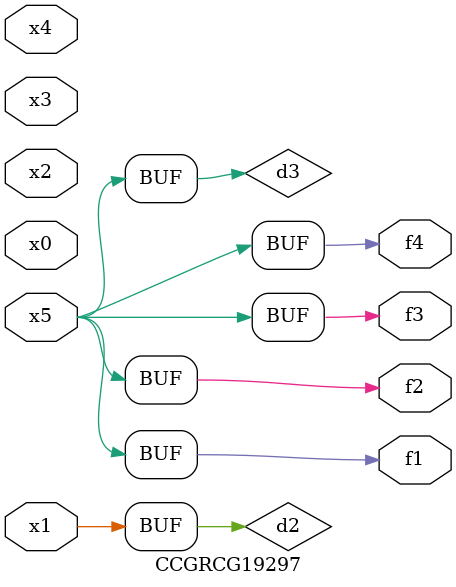
<source format=v>
module CCGRCG19297(
	input x0, x1, x2, x3, x4, x5,
	output f1, f2, f3, f4
);

	wire d1, d2, d3;

	not (d1, x5);
	or (d2, x1);
	xnor (d3, d1);
	assign f1 = d3;
	assign f2 = d3;
	assign f3 = d3;
	assign f4 = d3;
endmodule

</source>
